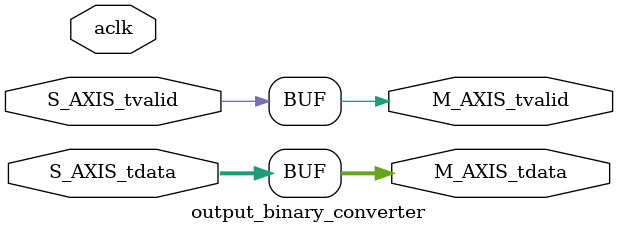
<source format=v>
`timescale 1ns / 1ps


module output_binary_converter #
(
    parameter TDATA_WIDTH = 16,
    parameter integer DAC_DATA_WIDTH = 14
)
(
    input  wire                         aclk,
    (* X_INTERFACE_PARAMETER = "FREQ_HZ 125000000" *)
input [TDATA_WIDTH-1:0]                 S_AXIS_tdata,
    input                               S_AXIS_tvalid,
    (* X_INTERFACE_PARAMETER = "FREQ_HZ 125000000" *)
    output wire [TDATA_WIDTH-1:0]       M_AXIS_tdata,
    output wire                         M_AXIS_tvalid

);
localparam PADDING_WIDTH = TDATA_WIDTH - DAC_DATA_WIDTH;
    
//assign M_AXIS_tdata = {{(PADDING_WIDTH + 1){S_AXIS_tdata[DAC_DATA_WIDTH-1]}}, ~S_AXIS_tdata[DAC_DATA_WIDTH-2:0]};
assign M_AXIS_tdata = {S_AXIS_tdata}; // Just pass through as test - test with feedback before removing this module completely.
assign M_AXIS_tvalid = S_AXIS_tvalid;
    
endmodule

</source>
